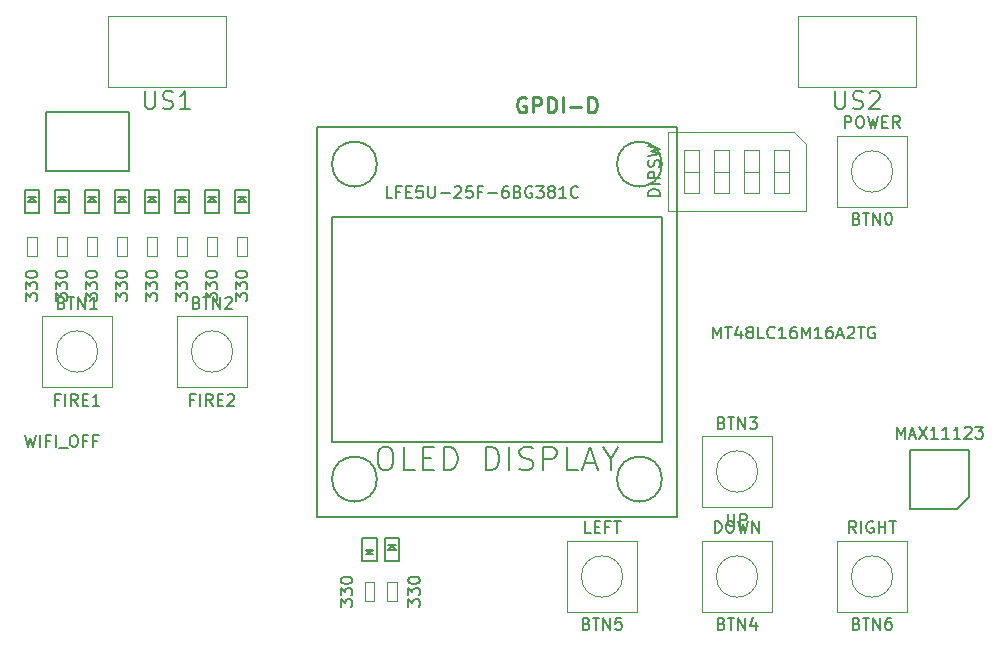
<source format=gbr>
G04 #@! TF.FileFunction,Other,Fab,Top*
%FSLAX46Y46*%
G04 Gerber Fmt 4.6, Leading zero omitted, Abs format (unit mm)*
G04 Created by KiCad (PCBNEW 4.0.7+dfsg1-1) date Thu Oct  5 01:05:28 2017*
%MOMM*%
%LPD*%
G01*
G04 APERTURE LIST*
%ADD10C,0.100000*%
%ADD11C,0.150000*%
%ADD12C,0.254000*%
G04 APERTURE END LIST*
D10*
D11*
X118530000Y-76260000D02*
X117930000Y-76260000D01*
X118230000Y-76360000D02*
X118530000Y-76660000D01*
X117930000Y-76660000D02*
X118230000Y-76360000D01*
X118530000Y-76660000D02*
X117930000Y-76660000D01*
X118830000Y-77660000D02*
X118830000Y-75660000D01*
X117630000Y-77660000D02*
X118830000Y-77660000D01*
X117630000Y-75660000D02*
X117630000Y-77660000D01*
X118830000Y-75660000D02*
X117630000Y-75660000D01*
X115990000Y-76260000D02*
X115390000Y-76260000D01*
X115690000Y-76360000D02*
X115990000Y-76660000D01*
X115390000Y-76660000D02*
X115690000Y-76360000D01*
X115990000Y-76660000D02*
X115390000Y-76660000D01*
X116290000Y-77660000D02*
X116290000Y-75660000D01*
X115090000Y-77660000D02*
X116290000Y-77660000D01*
X115090000Y-75660000D02*
X115090000Y-77660000D01*
X116290000Y-75660000D02*
X115090000Y-75660000D01*
X113450000Y-76260000D02*
X112850000Y-76260000D01*
X113150000Y-76360000D02*
X113450000Y-76660000D01*
X112850000Y-76660000D02*
X113150000Y-76360000D01*
X113450000Y-76660000D02*
X112850000Y-76660000D01*
X113750000Y-77660000D02*
X113750000Y-75660000D01*
X112550000Y-77660000D02*
X113750000Y-77660000D01*
X112550000Y-75660000D02*
X112550000Y-77660000D01*
X113750000Y-75660000D02*
X112550000Y-75660000D01*
X110910000Y-76260000D02*
X110310000Y-76260000D01*
X110610000Y-76360000D02*
X110910000Y-76660000D01*
X110310000Y-76660000D02*
X110610000Y-76360000D01*
X110910000Y-76660000D02*
X110310000Y-76660000D01*
X111210000Y-77660000D02*
X111210000Y-75660000D01*
X110010000Y-77660000D02*
X111210000Y-77660000D01*
X110010000Y-75660000D02*
X110010000Y-77660000D01*
X111210000Y-75660000D02*
X110010000Y-75660000D01*
X108370000Y-76260000D02*
X107770000Y-76260000D01*
X108070000Y-76360000D02*
X108370000Y-76660000D01*
X107770000Y-76660000D02*
X108070000Y-76360000D01*
X108370000Y-76660000D02*
X107770000Y-76660000D01*
X108670000Y-77660000D02*
X108670000Y-75660000D01*
X107470000Y-77660000D02*
X108670000Y-77660000D01*
X107470000Y-75660000D02*
X107470000Y-77660000D01*
X108670000Y-75660000D02*
X107470000Y-75660000D01*
X105830000Y-76260000D02*
X105230000Y-76260000D01*
X105530000Y-76360000D02*
X105830000Y-76660000D01*
X105230000Y-76660000D02*
X105530000Y-76360000D01*
X105830000Y-76660000D02*
X105230000Y-76660000D01*
X106130000Y-77660000D02*
X106130000Y-75660000D01*
X104930000Y-77660000D02*
X106130000Y-77660000D01*
X104930000Y-75660000D02*
X104930000Y-77660000D01*
X106130000Y-75660000D02*
X104930000Y-75660000D01*
X103290000Y-76260000D02*
X102690000Y-76260000D01*
X102990000Y-76360000D02*
X103290000Y-76660000D01*
X102690000Y-76660000D02*
X102990000Y-76360000D01*
X103290000Y-76660000D02*
X102690000Y-76660000D01*
X103590000Y-77660000D02*
X103590000Y-75660000D01*
X102390000Y-77660000D02*
X103590000Y-77660000D01*
X102390000Y-75660000D02*
X102390000Y-77660000D01*
X103590000Y-75660000D02*
X102390000Y-75660000D01*
X100750000Y-76260000D02*
X100150000Y-76260000D01*
X100450000Y-76360000D02*
X100750000Y-76660000D01*
X100150000Y-76660000D02*
X100450000Y-76360000D01*
X100750000Y-76660000D02*
X100150000Y-76660000D01*
X101050000Y-77660000D02*
X101050000Y-75660000D01*
X99850000Y-77660000D02*
X101050000Y-77660000D01*
X99850000Y-75660000D02*
X99850000Y-77660000D01*
X101050000Y-75660000D02*
X99850000Y-75660000D01*
X108624000Y-69080000D02*
X108624000Y-74080000D01*
X101624000Y-69080000D02*
X108624000Y-69080000D01*
X101624000Y-74080000D02*
X101624000Y-69080000D01*
X108624000Y-74080000D02*
X101624000Y-74080000D01*
X128725000Y-106524000D02*
X129325000Y-106524000D01*
X129025000Y-106424000D02*
X128725000Y-106124000D01*
X129325000Y-106124000D02*
X129025000Y-106424000D01*
X128725000Y-106124000D02*
X129325000Y-106124000D01*
X128425000Y-105124000D02*
X128425000Y-107124000D01*
X129625000Y-105124000D02*
X128425000Y-105124000D01*
X129625000Y-107124000D02*
X129625000Y-105124000D01*
X128425000Y-107124000D02*
X129625000Y-107124000D01*
X131230000Y-105724000D02*
X130630000Y-105724000D01*
X130930000Y-105824000D02*
X131230000Y-106124000D01*
X130630000Y-106124000D02*
X130930000Y-105824000D01*
X131230000Y-106124000D02*
X130630000Y-106124000D01*
X131530000Y-107124000D02*
X131530000Y-105124000D01*
X130330000Y-107124000D02*
X131530000Y-107124000D01*
X130330000Y-105124000D02*
X130330000Y-107124000D01*
X131530000Y-105124000D02*
X130330000Y-105124000D01*
D10*
X128625000Y-108880000D02*
X129425000Y-108880000D01*
X128625000Y-110480000D02*
X128625000Y-108880000D01*
X129425000Y-110480000D02*
X128625000Y-110480000D01*
X129425000Y-108880000D02*
X129425000Y-110480000D01*
X131330000Y-110480000D02*
X130530000Y-110480000D01*
X131330000Y-108880000D02*
X131330000Y-110480000D01*
X130530000Y-108880000D02*
X131330000Y-108880000D01*
X130530000Y-110480000D02*
X130530000Y-108880000D01*
X116880000Y-60925000D02*
X116880000Y-66925000D01*
X106880000Y-60925000D02*
X116880000Y-60925000D01*
X106880000Y-66925000D02*
X106880000Y-60925000D01*
X116880000Y-66925000D02*
X106880000Y-66925000D01*
X175300000Y-60925000D02*
X175300000Y-66925000D01*
X165300000Y-60925000D02*
X175300000Y-60925000D01*
X165300000Y-66925000D02*
X165300000Y-60925000D01*
X175300000Y-66925000D02*
X165300000Y-66925000D01*
X118630000Y-81270000D02*
X117830000Y-81270000D01*
X118630000Y-79670000D02*
X118630000Y-81270000D01*
X117830000Y-79670000D02*
X118630000Y-79670000D01*
X117830000Y-81270000D02*
X117830000Y-79670000D01*
X116090000Y-81270000D02*
X115290000Y-81270000D01*
X116090000Y-79670000D02*
X116090000Y-81270000D01*
X115290000Y-79670000D02*
X116090000Y-79670000D01*
X115290000Y-81270000D02*
X115290000Y-79670000D01*
X113550000Y-81270000D02*
X112750000Y-81270000D01*
X113550000Y-79670000D02*
X113550000Y-81270000D01*
X112750000Y-79670000D02*
X113550000Y-79670000D01*
X112750000Y-81270000D02*
X112750000Y-79670000D01*
X111010000Y-81270000D02*
X110210000Y-81270000D01*
X111010000Y-79670000D02*
X111010000Y-81270000D01*
X110210000Y-79670000D02*
X111010000Y-79670000D01*
X110210000Y-81270000D02*
X110210000Y-79670000D01*
X108470000Y-81270000D02*
X107670000Y-81270000D01*
X108470000Y-79670000D02*
X108470000Y-81270000D01*
X107670000Y-79670000D02*
X108470000Y-79670000D01*
X107670000Y-81270000D02*
X107670000Y-79670000D01*
X105930000Y-81270000D02*
X105130000Y-81270000D01*
X105930000Y-79670000D02*
X105930000Y-81270000D01*
X105130000Y-79670000D02*
X105930000Y-79670000D01*
X105130000Y-81270000D02*
X105130000Y-79670000D01*
X103390000Y-81270000D02*
X102590000Y-81270000D01*
X103390000Y-79670000D02*
X103390000Y-81270000D01*
X102590000Y-79670000D02*
X103390000Y-79670000D01*
X102590000Y-81270000D02*
X102590000Y-79670000D01*
X100850000Y-81270000D02*
X100050000Y-81270000D01*
X100850000Y-79670000D02*
X100850000Y-81270000D01*
X100050000Y-79670000D02*
X100850000Y-79670000D01*
X100050000Y-81270000D02*
X100050000Y-79670000D01*
D11*
X178785000Y-102655000D02*
X174785000Y-102655000D01*
X174785000Y-102655000D02*
X174785000Y-97655000D01*
X174785000Y-97655000D02*
X179785000Y-97655000D01*
X179785000Y-97655000D02*
X179785000Y-101655000D01*
X179785000Y-101655000D02*
X178785000Y-102655000D01*
X153790000Y-73485000D02*
G75*
G03X153790000Y-73485000I-1905000J0D01*
G01*
X129660000Y-73485000D02*
G75*
G03X129660000Y-73485000I-1905000J0D01*
G01*
X129660000Y-100155000D02*
G75*
G03X129660000Y-100155000I-1905000J0D01*
G01*
X153790000Y-100155000D02*
G75*
G03X153790000Y-100155000I-1905000J0D01*
G01*
X153790000Y-77930000D02*
X153790000Y-96980000D01*
X125850000Y-77930000D02*
X153790000Y-77930000D01*
X125850000Y-96980000D02*
X125850000Y-77930000D01*
X153790000Y-96980000D02*
X125850000Y-96980000D01*
X155060000Y-70310000D02*
X155060000Y-103330000D01*
X124580000Y-70310000D02*
X155060000Y-70310000D01*
X124580000Y-103330000D02*
X124580000Y-70310000D01*
X155060000Y-103330000D02*
X124580000Y-103330000D01*
D10*
X174570000Y-77120000D02*
X174570000Y-71120000D01*
X174570000Y-71120000D02*
X168570000Y-71120000D01*
X168570000Y-71120000D02*
X168570000Y-77120000D01*
X168570000Y-77120000D02*
X174570000Y-77120000D01*
X173320714Y-74120000D02*
G75*
G03X173320714Y-74120000I-1750714J0D01*
G01*
X101260000Y-86360000D02*
X101260000Y-92360000D01*
X101260000Y-92360000D02*
X107260000Y-92360000D01*
X107260000Y-92360000D02*
X107260000Y-86360000D01*
X107260000Y-86360000D02*
X101260000Y-86360000D01*
X106010714Y-89360000D02*
G75*
G03X106010714Y-89360000I-1750714J0D01*
G01*
X112690000Y-86360000D02*
X112690000Y-92360000D01*
X112690000Y-92360000D02*
X118690000Y-92360000D01*
X118690000Y-92360000D02*
X118690000Y-86360000D01*
X118690000Y-86360000D02*
X112690000Y-86360000D01*
X117440714Y-89360000D02*
G75*
G03X117440714Y-89360000I-1750714J0D01*
G01*
X157140000Y-96520000D02*
X157140000Y-102520000D01*
X157140000Y-102520000D02*
X163140000Y-102520000D01*
X163140000Y-102520000D02*
X163140000Y-96520000D01*
X163140000Y-96520000D02*
X157140000Y-96520000D01*
X161890714Y-99520000D02*
G75*
G03X161890714Y-99520000I-1750714J0D01*
G01*
X163140000Y-111410000D02*
X163140000Y-105410000D01*
X163140000Y-105410000D02*
X157140000Y-105410000D01*
X157140000Y-105410000D02*
X157140000Y-111410000D01*
X157140000Y-111410000D02*
X163140000Y-111410000D01*
X161890714Y-108410000D02*
G75*
G03X161890714Y-108410000I-1750714J0D01*
G01*
X151710000Y-111410000D02*
X151710000Y-105410000D01*
X151710000Y-105410000D02*
X145710000Y-105410000D01*
X145710000Y-105410000D02*
X145710000Y-111410000D01*
X145710000Y-111410000D02*
X151710000Y-111410000D01*
X150460714Y-108410000D02*
G75*
G03X150460714Y-108410000I-1750714J0D01*
G01*
X174570000Y-111410000D02*
X174570000Y-105410000D01*
X174570000Y-105410000D02*
X168570000Y-105410000D01*
X168570000Y-105410000D02*
X168570000Y-111410000D01*
X168570000Y-111410000D02*
X174570000Y-111410000D01*
X173320714Y-108410000D02*
G75*
G03X173320714Y-108410000I-1750714J0D01*
G01*
X166000000Y-71780000D02*
X166000000Y-77460000D01*
X166000000Y-77460000D02*
X154280000Y-77460000D01*
X154280000Y-77460000D02*
X154280000Y-70780000D01*
X154280000Y-70780000D02*
X165000000Y-70780000D01*
X165000000Y-70780000D02*
X166000000Y-71780000D01*
X164585000Y-72310000D02*
X163315000Y-72310000D01*
X163315000Y-72310000D02*
X163315000Y-75930000D01*
X163315000Y-75930000D02*
X164585000Y-75930000D01*
X164585000Y-75930000D02*
X164585000Y-72310000D01*
X164585000Y-74120000D02*
X163315000Y-74120000D01*
X162045000Y-72310000D02*
X160775000Y-72310000D01*
X160775000Y-72310000D02*
X160775000Y-75930000D01*
X160775000Y-75930000D02*
X162045000Y-75930000D01*
X162045000Y-75930000D02*
X162045000Y-72310000D01*
X162045000Y-74120000D02*
X160775000Y-74120000D01*
X159505000Y-72310000D02*
X158235000Y-72310000D01*
X158235000Y-72310000D02*
X158235000Y-75930000D01*
X158235000Y-75930000D02*
X159505000Y-75930000D01*
X159505000Y-75930000D02*
X159505000Y-72310000D01*
X159505000Y-74120000D02*
X158235000Y-74120000D01*
X156965000Y-72310000D02*
X155695000Y-72310000D01*
X155695000Y-72310000D02*
X155695000Y-75930000D01*
X155695000Y-75930000D02*
X156965000Y-75930000D01*
X156965000Y-75930000D02*
X156965000Y-72310000D01*
X156965000Y-74120000D02*
X155695000Y-74120000D01*
D11*
X158132666Y-88252381D02*
X158132666Y-87252381D01*
X158466000Y-87966667D01*
X158799333Y-87252381D01*
X158799333Y-88252381D01*
X159132666Y-87252381D02*
X159704095Y-87252381D01*
X159418380Y-88252381D02*
X159418380Y-87252381D01*
X160466000Y-87585714D02*
X160466000Y-88252381D01*
X160227904Y-87204762D02*
X159989809Y-87919048D01*
X160608857Y-87919048D01*
X161132666Y-87680952D02*
X161037428Y-87633333D01*
X160989809Y-87585714D01*
X160942190Y-87490476D01*
X160942190Y-87442857D01*
X160989809Y-87347619D01*
X161037428Y-87300000D01*
X161132666Y-87252381D01*
X161323143Y-87252381D01*
X161418381Y-87300000D01*
X161466000Y-87347619D01*
X161513619Y-87442857D01*
X161513619Y-87490476D01*
X161466000Y-87585714D01*
X161418381Y-87633333D01*
X161323143Y-87680952D01*
X161132666Y-87680952D01*
X161037428Y-87728571D01*
X160989809Y-87776190D01*
X160942190Y-87871429D01*
X160942190Y-88061905D01*
X160989809Y-88157143D01*
X161037428Y-88204762D01*
X161132666Y-88252381D01*
X161323143Y-88252381D01*
X161418381Y-88204762D01*
X161466000Y-88157143D01*
X161513619Y-88061905D01*
X161513619Y-87871429D01*
X161466000Y-87776190D01*
X161418381Y-87728571D01*
X161323143Y-87680952D01*
X162418381Y-88252381D02*
X161942190Y-88252381D01*
X161942190Y-87252381D01*
X163323143Y-88157143D02*
X163275524Y-88204762D01*
X163132667Y-88252381D01*
X163037429Y-88252381D01*
X162894571Y-88204762D01*
X162799333Y-88109524D01*
X162751714Y-88014286D01*
X162704095Y-87823810D01*
X162704095Y-87680952D01*
X162751714Y-87490476D01*
X162799333Y-87395238D01*
X162894571Y-87300000D01*
X163037429Y-87252381D01*
X163132667Y-87252381D01*
X163275524Y-87300000D01*
X163323143Y-87347619D01*
X164275524Y-88252381D02*
X163704095Y-88252381D01*
X163989809Y-88252381D02*
X163989809Y-87252381D01*
X163894571Y-87395238D01*
X163799333Y-87490476D01*
X163704095Y-87538095D01*
X165132667Y-87252381D02*
X164942190Y-87252381D01*
X164846952Y-87300000D01*
X164799333Y-87347619D01*
X164704095Y-87490476D01*
X164656476Y-87680952D01*
X164656476Y-88061905D01*
X164704095Y-88157143D01*
X164751714Y-88204762D01*
X164846952Y-88252381D01*
X165037429Y-88252381D01*
X165132667Y-88204762D01*
X165180286Y-88157143D01*
X165227905Y-88061905D01*
X165227905Y-87823810D01*
X165180286Y-87728571D01*
X165132667Y-87680952D01*
X165037429Y-87633333D01*
X164846952Y-87633333D01*
X164751714Y-87680952D01*
X164704095Y-87728571D01*
X164656476Y-87823810D01*
X165656476Y-88252381D02*
X165656476Y-87252381D01*
X165989810Y-87966667D01*
X166323143Y-87252381D01*
X166323143Y-88252381D01*
X167323143Y-88252381D02*
X166751714Y-88252381D01*
X167037428Y-88252381D02*
X167037428Y-87252381D01*
X166942190Y-87395238D01*
X166846952Y-87490476D01*
X166751714Y-87538095D01*
X168180286Y-87252381D02*
X167989809Y-87252381D01*
X167894571Y-87300000D01*
X167846952Y-87347619D01*
X167751714Y-87490476D01*
X167704095Y-87680952D01*
X167704095Y-88061905D01*
X167751714Y-88157143D01*
X167799333Y-88204762D01*
X167894571Y-88252381D01*
X168085048Y-88252381D01*
X168180286Y-88204762D01*
X168227905Y-88157143D01*
X168275524Y-88061905D01*
X168275524Y-87823810D01*
X168227905Y-87728571D01*
X168180286Y-87680952D01*
X168085048Y-87633333D01*
X167894571Y-87633333D01*
X167799333Y-87680952D01*
X167751714Y-87728571D01*
X167704095Y-87823810D01*
X168656476Y-87966667D02*
X169132667Y-87966667D01*
X168561238Y-88252381D02*
X168894571Y-87252381D01*
X169227905Y-88252381D01*
X169513619Y-87347619D02*
X169561238Y-87300000D01*
X169656476Y-87252381D01*
X169894572Y-87252381D01*
X169989810Y-87300000D01*
X170037429Y-87347619D01*
X170085048Y-87442857D01*
X170085048Y-87538095D01*
X170037429Y-87680952D01*
X169466000Y-88252381D01*
X170085048Y-88252381D01*
X170370762Y-87252381D02*
X170942191Y-87252381D01*
X170656476Y-88252381D02*
X170656476Y-87252381D01*
X171799334Y-87300000D02*
X171704096Y-87252381D01*
X171561239Y-87252381D01*
X171418381Y-87300000D01*
X171323143Y-87395238D01*
X171275524Y-87490476D01*
X171227905Y-87680952D01*
X171227905Y-87823810D01*
X171275524Y-88014286D01*
X171323143Y-88109524D01*
X171418381Y-88204762D01*
X171561239Y-88252381D01*
X171656477Y-88252381D01*
X171799334Y-88204762D01*
X171846953Y-88157143D01*
X171846953Y-87823810D01*
X171656477Y-87823810D01*
X99894762Y-96432381D02*
X100132857Y-97432381D01*
X100323334Y-96718095D01*
X100513810Y-97432381D01*
X100751905Y-96432381D01*
X101132857Y-97432381D02*
X101132857Y-96432381D01*
X101942381Y-96908571D02*
X101609047Y-96908571D01*
X101609047Y-97432381D02*
X101609047Y-96432381D01*
X102085238Y-96432381D01*
X102466190Y-97432381D02*
X102466190Y-96432381D01*
X102704285Y-97527619D02*
X103466190Y-97527619D01*
X103894761Y-96432381D02*
X104085238Y-96432381D01*
X104180476Y-96480000D01*
X104275714Y-96575238D01*
X104323333Y-96765714D01*
X104323333Y-97099048D01*
X104275714Y-97289524D01*
X104180476Y-97384762D01*
X104085238Y-97432381D01*
X103894761Y-97432381D01*
X103799523Y-97384762D01*
X103704285Y-97289524D01*
X103656666Y-97099048D01*
X103656666Y-96765714D01*
X103704285Y-96575238D01*
X103799523Y-96480000D01*
X103894761Y-96432381D01*
X105085238Y-96908571D02*
X104751904Y-96908571D01*
X104751904Y-97432381D02*
X104751904Y-96432381D01*
X105228095Y-96432381D01*
X105942381Y-96908571D02*
X105609047Y-96908571D01*
X105609047Y-97432381D02*
X105609047Y-96432381D01*
X106085238Y-96432381D01*
X126577381Y-110965714D02*
X126577381Y-110346666D01*
X126958333Y-110680000D01*
X126958333Y-110537142D01*
X127005952Y-110441904D01*
X127053571Y-110394285D01*
X127148810Y-110346666D01*
X127386905Y-110346666D01*
X127482143Y-110394285D01*
X127529762Y-110441904D01*
X127577381Y-110537142D01*
X127577381Y-110822857D01*
X127529762Y-110918095D01*
X127482143Y-110965714D01*
X126577381Y-110013333D02*
X126577381Y-109394285D01*
X126958333Y-109727619D01*
X126958333Y-109584761D01*
X127005952Y-109489523D01*
X127053571Y-109441904D01*
X127148810Y-109394285D01*
X127386905Y-109394285D01*
X127482143Y-109441904D01*
X127529762Y-109489523D01*
X127577381Y-109584761D01*
X127577381Y-109870476D01*
X127529762Y-109965714D01*
X127482143Y-110013333D01*
X126577381Y-108775238D02*
X126577381Y-108679999D01*
X126625000Y-108584761D01*
X126672619Y-108537142D01*
X126767857Y-108489523D01*
X126958333Y-108441904D01*
X127196429Y-108441904D01*
X127386905Y-108489523D01*
X127482143Y-108537142D01*
X127529762Y-108584761D01*
X127577381Y-108679999D01*
X127577381Y-108775238D01*
X127529762Y-108870476D01*
X127482143Y-108918095D01*
X127386905Y-108965714D01*
X127196429Y-109013333D01*
X126958333Y-109013333D01*
X126767857Y-108965714D01*
X126672619Y-108918095D01*
X126625000Y-108870476D01*
X126577381Y-108775238D01*
X132282381Y-110965714D02*
X132282381Y-110346666D01*
X132663333Y-110680000D01*
X132663333Y-110537142D01*
X132710952Y-110441904D01*
X132758571Y-110394285D01*
X132853810Y-110346666D01*
X133091905Y-110346666D01*
X133187143Y-110394285D01*
X133234762Y-110441904D01*
X133282381Y-110537142D01*
X133282381Y-110822857D01*
X133234762Y-110918095D01*
X133187143Y-110965714D01*
X132282381Y-110013333D02*
X132282381Y-109394285D01*
X132663333Y-109727619D01*
X132663333Y-109584761D01*
X132710952Y-109489523D01*
X132758571Y-109441904D01*
X132853810Y-109394285D01*
X133091905Y-109394285D01*
X133187143Y-109441904D01*
X133234762Y-109489523D01*
X133282381Y-109584761D01*
X133282381Y-109870476D01*
X133234762Y-109965714D01*
X133187143Y-110013333D01*
X132282381Y-108775238D02*
X132282381Y-108679999D01*
X132330000Y-108584761D01*
X132377619Y-108537142D01*
X132472857Y-108489523D01*
X132663333Y-108441904D01*
X132901429Y-108441904D01*
X133091905Y-108489523D01*
X133187143Y-108537142D01*
X133234762Y-108584761D01*
X133282381Y-108679999D01*
X133282381Y-108775238D01*
X133234762Y-108870476D01*
X133187143Y-108918095D01*
X133091905Y-108965714D01*
X132901429Y-109013333D01*
X132663333Y-109013333D01*
X132472857Y-108965714D01*
X132377619Y-108918095D01*
X132330000Y-108870476D01*
X132282381Y-108775238D01*
X110022858Y-67329571D02*
X110022858Y-68543857D01*
X110094286Y-68686714D01*
X110165715Y-68758143D01*
X110308572Y-68829571D01*
X110594286Y-68829571D01*
X110737144Y-68758143D01*
X110808572Y-68686714D01*
X110880001Y-68543857D01*
X110880001Y-67329571D01*
X111522858Y-68758143D02*
X111737144Y-68829571D01*
X112094287Y-68829571D01*
X112237144Y-68758143D01*
X112308573Y-68686714D01*
X112380001Y-68543857D01*
X112380001Y-68401000D01*
X112308573Y-68258143D01*
X112237144Y-68186714D01*
X112094287Y-68115286D01*
X111808573Y-68043857D01*
X111665715Y-67972429D01*
X111594287Y-67901000D01*
X111522858Y-67758143D01*
X111522858Y-67615286D01*
X111594287Y-67472429D01*
X111665715Y-67401000D01*
X111808573Y-67329571D01*
X112165715Y-67329571D01*
X112380001Y-67401000D01*
X113808572Y-68829571D02*
X112951429Y-68829571D01*
X113380001Y-68829571D02*
X113380001Y-67329571D01*
X113237144Y-67543857D01*
X113094286Y-67686714D01*
X112951429Y-67758143D01*
X168442858Y-67329571D02*
X168442858Y-68543857D01*
X168514286Y-68686714D01*
X168585715Y-68758143D01*
X168728572Y-68829571D01*
X169014286Y-68829571D01*
X169157144Y-68758143D01*
X169228572Y-68686714D01*
X169300001Y-68543857D01*
X169300001Y-67329571D01*
X169942858Y-68758143D02*
X170157144Y-68829571D01*
X170514287Y-68829571D01*
X170657144Y-68758143D01*
X170728573Y-68686714D01*
X170800001Y-68543857D01*
X170800001Y-68401000D01*
X170728573Y-68258143D01*
X170657144Y-68186714D01*
X170514287Y-68115286D01*
X170228573Y-68043857D01*
X170085715Y-67972429D01*
X170014287Y-67901000D01*
X169942858Y-67758143D01*
X169942858Y-67615286D01*
X170014287Y-67472429D01*
X170085715Y-67401000D01*
X170228573Y-67329571D01*
X170585715Y-67329571D01*
X170800001Y-67401000D01*
X171371429Y-67472429D02*
X171442858Y-67401000D01*
X171585715Y-67329571D01*
X171942858Y-67329571D01*
X172085715Y-67401000D01*
X172157144Y-67472429D01*
X172228572Y-67615286D01*
X172228572Y-67758143D01*
X172157144Y-67972429D01*
X171300001Y-68829571D01*
X172228572Y-68829571D01*
X117682381Y-85057714D02*
X117682381Y-84438666D01*
X118063333Y-84772000D01*
X118063333Y-84629142D01*
X118110952Y-84533904D01*
X118158571Y-84486285D01*
X118253810Y-84438666D01*
X118491905Y-84438666D01*
X118587143Y-84486285D01*
X118634762Y-84533904D01*
X118682381Y-84629142D01*
X118682381Y-84914857D01*
X118634762Y-85010095D01*
X118587143Y-85057714D01*
X117682381Y-84105333D02*
X117682381Y-83486285D01*
X118063333Y-83819619D01*
X118063333Y-83676761D01*
X118110952Y-83581523D01*
X118158571Y-83533904D01*
X118253810Y-83486285D01*
X118491905Y-83486285D01*
X118587143Y-83533904D01*
X118634762Y-83581523D01*
X118682381Y-83676761D01*
X118682381Y-83962476D01*
X118634762Y-84057714D01*
X118587143Y-84105333D01*
X117682381Y-82867238D02*
X117682381Y-82771999D01*
X117730000Y-82676761D01*
X117777619Y-82629142D01*
X117872857Y-82581523D01*
X118063333Y-82533904D01*
X118301429Y-82533904D01*
X118491905Y-82581523D01*
X118587143Y-82629142D01*
X118634762Y-82676761D01*
X118682381Y-82771999D01*
X118682381Y-82867238D01*
X118634762Y-82962476D01*
X118587143Y-83010095D01*
X118491905Y-83057714D01*
X118301429Y-83105333D01*
X118063333Y-83105333D01*
X117872857Y-83057714D01*
X117777619Y-83010095D01*
X117730000Y-82962476D01*
X117682381Y-82867238D01*
X115142381Y-85057714D02*
X115142381Y-84438666D01*
X115523333Y-84772000D01*
X115523333Y-84629142D01*
X115570952Y-84533904D01*
X115618571Y-84486285D01*
X115713810Y-84438666D01*
X115951905Y-84438666D01*
X116047143Y-84486285D01*
X116094762Y-84533904D01*
X116142381Y-84629142D01*
X116142381Y-84914857D01*
X116094762Y-85010095D01*
X116047143Y-85057714D01*
X115142381Y-84105333D02*
X115142381Y-83486285D01*
X115523333Y-83819619D01*
X115523333Y-83676761D01*
X115570952Y-83581523D01*
X115618571Y-83533904D01*
X115713810Y-83486285D01*
X115951905Y-83486285D01*
X116047143Y-83533904D01*
X116094762Y-83581523D01*
X116142381Y-83676761D01*
X116142381Y-83962476D01*
X116094762Y-84057714D01*
X116047143Y-84105333D01*
X115142381Y-82867238D02*
X115142381Y-82771999D01*
X115190000Y-82676761D01*
X115237619Y-82629142D01*
X115332857Y-82581523D01*
X115523333Y-82533904D01*
X115761429Y-82533904D01*
X115951905Y-82581523D01*
X116047143Y-82629142D01*
X116094762Y-82676761D01*
X116142381Y-82771999D01*
X116142381Y-82867238D01*
X116094762Y-82962476D01*
X116047143Y-83010095D01*
X115951905Y-83057714D01*
X115761429Y-83105333D01*
X115523333Y-83105333D01*
X115332857Y-83057714D01*
X115237619Y-83010095D01*
X115190000Y-82962476D01*
X115142381Y-82867238D01*
X112602381Y-85057714D02*
X112602381Y-84438666D01*
X112983333Y-84772000D01*
X112983333Y-84629142D01*
X113030952Y-84533904D01*
X113078571Y-84486285D01*
X113173810Y-84438666D01*
X113411905Y-84438666D01*
X113507143Y-84486285D01*
X113554762Y-84533904D01*
X113602381Y-84629142D01*
X113602381Y-84914857D01*
X113554762Y-85010095D01*
X113507143Y-85057714D01*
X112602381Y-84105333D02*
X112602381Y-83486285D01*
X112983333Y-83819619D01*
X112983333Y-83676761D01*
X113030952Y-83581523D01*
X113078571Y-83533904D01*
X113173810Y-83486285D01*
X113411905Y-83486285D01*
X113507143Y-83533904D01*
X113554762Y-83581523D01*
X113602381Y-83676761D01*
X113602381Y-83962476D01*
X113554762Y-84057714D01*
X113507143Y-84105333D01*
X112602381Y-82867238D02*
X112602381Y-82771999D01*
X112650000Y-82676761D01*
X112697619Y-82629142D01*
X112792857Y-82581523D01*
X112983333Y-82533904D01*
X113221429Y-82533904D01*
X113411905Y-82581523D01*
X113507143Y-82629142D01*
X113554762Y-82676761D01*
X113602381Y-82771999D01*
X113602381Y-82867238D01*
X113554762Y-82962476D01*
X113507143Y-83010095D01*
X113411905Y-83057714D01*
X113221429Y-83105333D01*
X112983333Y-83105333D01*
X112792857Y-83057714D01*
X112697619Y-83010095D01*
X112650000Y-82962476D01*
X112602381Y-82867238D01*
X110062381Y-85057714D02*
X110062381Y-84438666D01*
X110443333Y-84772000D01*
X110443333Y-84629142D01*
X110490952Y-84533904D01*
X110538571Y-84486285D01*
X110633810Y-84438666D01*
X110871905Y-84438666D01*
X110967143Y-84486285D01*
X111014762Y-84533904D01*
X111062381Y-84629142D01*
X111062381Y-84914857D01*
X111014762Y-85010095D01*
X110967143Y-85057714D01*
X110062381Y-84105333D02*
X110062381Y-83486285D01*
X110443333Y-83819619D01*
X110443333Y-83676761D01*
X110490952Y-83581523D01*
X110538571Y-83533904D01*
X110633810Y-83486285D01*
X110871905Y-83486285D01*
X110967143Y-83533904D01*
X111014762Y-83581523D01*
X111062381Y-83676761D01*
X111062381Y-83962476D01*
X111014762Y-84057714D01*
X110967143Y-84105333D01*
X110062381Y-82867238D02*
X110062381Y-82771999D01*
X110110000Y-82676761D01*
X110157619Y-82629142D01*
X110252857Y-82581523D01*
X110443333Y-82533904D01*
X110681429Y-82533904D01*
X110871905Y-82581523D01*
X110967143Y-82629142D01*
X111014762Y-82676761D01*
X111062381Y-82771999D01*
X111062381Y-82867238D01*
X111014762Y-82962476D01*
X110967143Y-83010095D01*
X110871905Y-83057714D01*
X110681429Y-83105333D01*
X110443333Y-83105333D01*
X110252857Y-83057714D01*
X110157619Y-83010095D01*
X110110000Y-82962476D01*
X110062381Y-82867238D01*
X107522381Y-85057714D02*
X107522381Y-84438666D01*
X107903333Y-84772000D01*
X107903333Y-84629142D01*
X107950952Y-84533904D01*
X107998571Y-84486285D01*
X108093810Y-84438666D01*
X108331905Y-84438666D01*
X108427143Y-84486285D01*
X108474762Y-84533904D01*
X108522381Y-84629142D01*
X108522381Y-84914857D01*
X108474762Y-85010095D01*
X108427143Y-85057714D01*
X107522381Y-84105333D02*
X107522381Y-83486285D01*
X107903333Y-83819619D01*
X107903333Y-83676761D01*
X107950952Y-83581523D01*
X107998571Y-83533904D01*
X108093810Y-83486285D01*
X108331905Y-83486285D01*
X108427143Y-83533904D01*
X108474762Y-83581523D01*
X108522381Y-83676761D01*
X108522381Y-83962476D01*
X108474762Y-84057714D01*
X108427143Y-84105333D01*
X107522381Y-82867238D02*
X107522381Y-82771999D01*
X107570000Y-82676761D01*
X107617619Y-82629142D01*
X107712857Y-82581523D01*
X107903333Y-82533904D01*
X108141429Y-82533904D01*
X108331905Y-82581523D01*
X108427143Y-82629142D01*
X108474762Y-82676761D01*
X108522381Y-82771999D01*
X108522381Y-82867238D01*
X108474762Y-82962476D01*
X108427143Y-83010095D01*
X108331905Y-83057714D01*
X108141429Y-83105333D01*
X107903333Y-83105333D01*
X107712857Y-83057714D01*
X107617619Y-83010095D01*
X107570000Y-82962476D01*
X107522381Y-82867238D01*
X104982381Y-85057714D02*
X104982381Y-84438666D01*
X105363333Y-84772000D01*
X105363333Y-84629142D01*
X105410952Y-84533904D01*
X105458571Y-84486285D01*
X105553810Y-84438666D01*
X105791905Y-84438666D01*
X105887143Y-84486285D01*
X105934762Y-84533904D01*
X105982381Y-84629142D01*
X105982381Y-84914857D01*
X105934762Y-85010095D01*
X105887143Y-85057714D01*
X104982381Y-84105333D02*
X104982381Y-83486285D01*
X105363333Y-83819619D01*
X105363333Y-83676761D01*
X105410952Y-83581523D01*
X105458571Y-83533904D01*
X105553810Y-83486285D01*
X105791905Y-83486285D01*
X105887143Y-83533904D01*
X105934762Y-83581523D01*
X105982381Y-83676761D01*
X105982381Y-83962476D01*
X105934762Y-84057714D01*
X105887143Y-84105333D01*
X104982381Y-82867238D02*
X104982381Y-82771999D01*
X105030000Y-82676761D01*
X105077619Y-82629142D01*
X105172857Y-82581523D01*
X105363333Y-82533904D01*
X105601429Y-82533904D01*
X105791905Y-82581523D01*
X105887143Y-82629142D01*
X105934762Y-82676761D01*
X105982381Y-82771999D01*
X105982381Y-82867238D01*
X105934762Y-82962476D01*
X105887143Y-83010095D01*
X105791905Y-83057714D01*
X105601429Y-83105333D01*
X105363333Y-83105333D01*
X105172857Y-83057714D01*
X105077619Y-83010095D01*
X105030000Y-82962476D01*
X104982381Y-82867238D01*
X102442381Y-85057714D02*
X102442381Y-84438666D01*
X102823333Y-84772000D01*
X102823333Y-84629142D01*
X102870952Y-84533904D01*
X102918571Y-84486285D01*
X103013810Y-84438666D01*
X103251905Y-84438666D01*
X103347143Y-84486285D01*
X103394762Y-84533904D01*
X103442381Y-84629142D01*
X103442381Y-84914857D01*
X103394762Y-85010095D01*
X103347143Y-85057714D01*
X102442381Y-84105333D02*
X102442381Y-83486285D01*
X102823333Y-83819619D01*
X102823333Y-83676761D01*
X102870952Y-83581523D01*
X102918571Y-83533904D01*
X103013810Y-83486285D01*
X103251905Y-83486285D01*
X103347143Y-83533904D01*
X103394762Y-83581523D01*
X103442381Y-83676761D01*
X103442381Y-83962476D01*
X103394762Y-84057714D01*
X103347143Y-84105333D01*
X102442381Y-82867238D02*
X102442381Y-82771999D01*
X102490000Y-82676761D01*
X102537619Y-82629142D01*
X102632857Y-82581523D01*
X102823333Y-82533904D01*
X103061429Y-82533904D01*
X103251905Y-82581523D01*
X103347143Y-82629142D01*
X103394762Y-82676761D01*
X103442381Y-82771999D01*
X103442381Y-82867238D01*
X103394762Y-82962476D01*
X103347143Y-83010095D01*
X103251905Y-83057714D01*
X103061429Y-83105333D01*
X102823333Y-83105333D01*
X102632857Y-83057714D01*
X102537619Y-83010095D01*
X102490000Y-82962476D01*
X102442381Y-82867238D01*
X99902381Y-85057714D02*
X99902381Y-84438666D01*
X100283333Y-84772000D01*
X100283333Y-84629142D01*
X100330952Y-84533904D01*
X100378571Y-84486285D01*
X100473810Y-84438666D01*
X100711905Y-84438666D01*
X100807143Y-84486285D01*
X100854762Y-84533904D01*
X100902381Y-84629142D01*
X100902381Y-84914857D01*
X100854762Y-85010095D01*
X100807143Y-85057714D01*
X99902381Y-84105333D02*
X99902381Y-83486285D01*
X100283333Y-83819619D01*
X100283333Y-83676761D01*
X100330952Y-83581523D01*
X100378571Y-83533904D01*
X100473810Y-83486285D01*
X100711905Y-83486285D01*
X100807143Y-83533904D01*
X100854762Y-83581523D01*
X100902381Y-83676761D01*
X100902381Y-83962476D01*
X100854762Y-84057714D01*
X100807143Y-84105333D01*
X99902381Y-82867238D02*
X99902381Y-82771999D01*
X99950000Y-82676761D01*
X99997619Y-82629142D01*
X100092857Y-82581523D01*
X100283333Y-82533904D01*
X100521429Y-82533904D01*
X100711905Y-82581523D01*
X100807143Y-82629142D01*
X100854762Y-82676761D01*
X100902381Y-82771999D01*
X100902381Y-82867238D01*
X100854762Y-82962476D01*
X100807143Y-83010095D01*
X100711905Y-83057714D01*
X100521429Y-83105333D01*
X100283333Y-83105333D01*
X100092857Y-83057714D01*
X99997619Y-83010095D01*
X99950000Y-82962476D01*
X99902381Y-82867238D01*
X173665952Y-96732381D02*
X173665952Y-95732381D01*
X173999286Y-96446667D01*
X174332619Y-95732381D01*
X174332619Y-96732381D01*
X174761190Y-96446667D02*
X175237381Y-96446667D01*
X174665952Y-96732381D02*
X174999285Y-95732381D01*
X175332619Y-96732381D01*
X175570714Y-95732381D02*
X176237381Y-96732381D01*
X176237381Y-95732381D02*
X175570714Y-96732381D01*
X177142143Y-96732381D02*
X176570714Y-96732381D01*
X176856428Y-96732381D02*
X176856428Y-95732381D01*
X176761190Y-95875238D01*
X176665952Y-95970476D01*
X176570714Y-96018095D01*
X178094524Y-96732381D02*
X177523095Y-96732381D01*
X177808809Y-96732381D02*
X177808809Y-95732381D01*
X177713571Y-95875238D01*
X177618333Y-95970476D01*
X177523095Y-96018095D01*
X179046905Y-96732381D02*
X178475476Y-96732381D01*
X178761190Y-96732381D02*
X178761190Y-95732381D01*
X178665952Y-95875238D01*
X178570714Y-95970476D01*
X178475476Y-96018095D01*
X179427857Y-95827619D02*
X179475476Y-95780000D01*
X179570714Y-95732381D01*
X179808810Y-95732381D01*
X179904048Y-95780000D01*
X179951667Y-95827619D01*
X179999286Y-95922857D01*
X179999286Y-96018095D01*
X179951667Y-96160952D01*
X179380238Y-96732381D01*
X179999286Y-96732381D01*
X180332619Y-95732381D02*
X180951667Y-95732381D01*
X180618333Y-96113333D01*
X180761191Y-96113333D01*
X180856429Y-96160952D01*
X180904048Y-96208571D01*
X180951667Y-96303810D01*
X180951667Y-96541905D01*
X180904048Y-96637143D01*
X180856429Y-96684762D01*
X180761191Y-96732381D01*
X180475476Y-96732381D01*
X180380238Y-96684762D01*
X180332619Y-96637143D01*
X130200952Y-97408762D02*
X130581904Y-97408762D01*
X130772380Y-97504000D01*
X130962857Y-97694476D01*
X131058095Y-98075429D01*
X131058095Y-98742095D01*
X130962857Y-99123048D01*
X130772380Y-99313524D01*
X130581904Y-99408762D01*
X130200952Y-99408762D01*
X130010476Y-99313524D01*
X129819999Y-99123048D01*
X129724761Y-98742095D01*
X129724761Y-98075429D01*
X129819999Y-97694476D01*
X130010476Y-97504000D01*
X130200952Y-97408762D01*
X132867618Y-99408762D02*
X131915237Y-99408762D01*
X131915237Y-97408762D01*
X133534285Y-98361143D02*
X134200952Y-98361143D01*
X134486666Y-99408762D02*
X133534285Y-99408762D01*
X133534285Y-97408762D01*
X134486666Y-97408762D01*
X135343809Y-99408762D02*
X135343809Y-97408762D01*
X135820000Y-97408762D01*
X136105714Y-97504000D01*
X136296190Y-97694476D01*
X136391429Y-97884952D01*
X136486667Y-98265905D01*
X136486667Y-98551619D01*
X136391429Y-98932571D01*
X136296190Y-99123048D01*
X136105714Y-99313524D01*
X135820000Y-99408762D01*
X135343809Y-99408762D01*
X138867619Y-99408762D02*
X138867619Y-97408762D01*
X139343810Y-97408762D01*
X139629524Y-97504000D01*
X139820000Y-97694476D01*
X139915239Y-97884952D01*
X140010477Y-98265905D01*
X140010477Y-98551619D01*
X139915239Y-98932571D01*
X139820000Y-99123048D01*
X139629524Y-99313524D01*
X139343810Y-99408762D01*
X138867619Y-99408762D01*
X140867619Y-99408762D02*
X140867619Y-97408762D01*
X141724762Y-99313524D02*
X142010477Y-99408762D01*
X142486667Y-99408762D01*
X142677143Y-99313524D01*
X142772381Y-99218286D01*
X142867620Y-99027810D01*
X142867620Y-98837333D01*
X142772381Y-98646857D01*
X142677143Y-98551619D01*
X142486667Y-98456381D01*
X142105715Y-98361143D01*
X141915239Y-98265905D01*
X141820000Y-98170667D01*
X141724762Y-97980190D01*
X141724762Y-97789714D01*
X141820000Y-97599238D01*
X141915239Y-97504000D01*
X142105715Y-97408762D01*
X142581905Y-97408762D01*
X142867620Y-97504000D01*
X143724762Y-99408762D02*
X143724762Y-97408762D01*
X144486667Y-97408762D01*
X144677143Y-97504000D01*
X144772382Y-97599238D01*
X144867620Y-97789714D01*
X144867620Y-98075429D01*
X144772382Y-98265905D01*
X144677143Y-98361143D01*
X144486667Y-98456381D01*
X143724762Y-98456381D01*
X146677143Y-99408762D02*
X145724762Y-99408762D01*
X145724762Y-97408762D01*
X147248572Y-98837333D02*
X148200953Y-98837333D01*
X147058096Y-99408762D02*
X147724763Y-97408762D01*
X148391430Y-99408762D01*
X149439049Y-98456381D02*
X149439049Y-99408762D01*
X148772382Y-97408762D02*
X149439049Y-98456381D01*
X150105716Y-97408762D01*
D12*
X142239048Y-67897000D02*
X142118096Y-67836524D01*
X141936667Y-67836524D01*
X141755239Y-67897000D01*
X141634286Y-68017952D01*
X141573810Y-68138905D01*
X141513334Y-68380810D01*
X141513334Y-68562238D01*
X141573810Y-68804143D01*
X141634286Y-68925095D01*
X141755239Y-69046048D01*
X141936667Y-69106524D01*
X142057619Y-69106524D01*
X142239048Y-69046048D01*
X142299524Y-68985571D01*
X142299524Y-68562238D01*
X142057619Y-68562238D01*
X142843810Y-69106524D02*
X142843810Y-67836524D01*
X143327619Y-67836524D01*
X143448572Y-67897000D01*
X143509048Y-67957476D01*
X143569524Y-68078429D01*
X143569524Y-68259857D01*
X143509048Y-68380810D01*
X143448572Y-68441286D01*
X143327619Y-68501762D01*
X142843810Y-68501762D01*
X144113810Y-69106524D02*
X144113810Y-67836524D01*
X144416191Y-67836524D01*
X144597619Y-67897000D01*
X144718572Y-68017952D01*
X144779048Y-68138905D01*
X144839524Y-68380810D01*
X144839524Y-68562238D01*
X144779048Y-68804143D01*
X144718572Y-68925095D01*
X144597619Y-69046048D01*
X144416191Y-69106524D01*
X144113810Y-69106524D01*
X145383810Y-69106524D02*
X145383810Y-67836524D01*
X145988572Y-68622714D02*
X146956191Y-68622714D01*
X147560953Y-69106524D02*
X147560953Y-67836524D01*
X147863334Y-67836524D01*
X148044762Y-67897000D01*
X148165715Y-68017952D01*
X148226191Y-68138905D01*
X148286667Y-68380810D01*
X148286667Y-68562238D01*
X148226191Y-68804143D01*
X148165715Y-68925095D01*
X148044762Y-69046048D01*
X147863334Y-69106524D01*
X147560953Y-69106524D01*
D11*
X169260476Y-70422381D02*
X169260476Y-69422381D01*
X169641429Y-69422381D01*
X169736667Y-69470000D01*
X169784286Y-69517619D01*
X169831905Y-69612857D01*
X169831905Y-69755714D01*
X169784286Y-69850952D01*
X169736667Y-69898571D01*
X169641429Y-69946190D01*
X169260476Y-69946190D01*
X170450952Y-69422381D02*
X170641429Y-69422381D01*
X170736667Y-69470000D01*
X170831905Y-69565238D01*
X170879524Y-69755714D01*
X170879524Y-70089048D01*
X170831905Y-70279524D01*
X170736667Y-70374762D01*
X170641429Y-70422381D01*
X170450952Y-70422381D01*
X170355714Y-70374762D01*
X170260476Y-70279524D01*
X170212857Y-70089048D01*
X170212857Y-69755714D01*
X170260476Y-69565238D01*
X170355714Y-69470000D01*
X170450952Y-69422381D01*
X171212857Y-69422381D02*
X171450952Y-70422381D01*
X171641429Y-69708095D01*
X171831905Y-70422381D01*
X172070000Y-69422381D01*
X172450952Y-69898571D02*
X172784286Y-69898571D01*
X172927143Y-70422381D02*
X172450952Y-70422381D01*
X172450952Y-69422381D01*
X172927143Y-69422381D01*
X173927143Y-70422381D02*
X173593809Y-69946190D01*
X173355714Y-70422381D02*
X173355714Y-69422381D01*
X173736667Y-69422381D01*
X173831905Y-69470000D01*
X173879524Y-69517619D01*
X173927143Y-69612857D01*
X173927143Y-69755714D01*
X173879524Y-69850952D01*
X173831905Y-69898571D01*
X173736667Y-69946190D01*
X173355714Y-69946190D01*
X170260477Y-78098571D02*
X170403334Y-78146190D01*
X170450953Y-78193810D01*
X170498572Y-78289048D01*
X170498572Y-78431905D01*
X170450953Y-78527143D01*
X170403334Y-78574762D01*
X170308096Y-78622381D01*
X169927143Y-78622381D01*
X169927143Y-77622381D01*
X170260477Y-77622381D01*
X170355715Y-77670000D01*
X170403334Y-77717619D01*
X170450953Y-77812857D01*
X170450953Y-77908095D01*
X170403334Y-78003333D01*
X170355715Y-78050952D01*
X170260477Y-78098571D01*
X169927143Y-78098571D01*
X170784286Y-77622381D02*
X171355715Y-77622381D01*
X171070000Y-78622381D02*
X171070000Y-77622381D01*
X171689048Y-78622381D02*
X171689048Y-77622381D01*
X172260477Y-78622381D01*
X172260477Y-77622381D01*
X172927143Y-77622381D02*
X173022382Y-77622381D01*
X173117620Y-77670000D01*
X173165239Y-77717619D01*
X173212858Y-77812857D01*
X173260477Y-78003333D01*
X173260477Y-78241429D01*
X173212858Y-78431905D01*
X173165239Y-78527143D01*
X173117620Y-78574762D01*
X173022382Y-78622381D01*
X172927143Y-78622381D01*
X172831905Y-78574762D01*
X172784286Y-78527143D01*
X172736667Y-78431905D01*
X172689048Y-78241429D01*
X172689048Y-78003333D01*
X172736667Y-77812857D01*
X172784286Y-77717619D01*
X172831905Y-77670000D01*
X172927143Y-77622381D01*
X102736191Y-93438571D02*
X102402857Y-93438571D01*
X102402857Y-93962381D02*
X102402857Y-92962381D01*
X102879048Y-92962381D01*
X103260000Y-93962381D02*
X103260000Y-92962381D01*
X104307619Y-93962381D02*
X103974285Y-93486190D01*
X103736190Y-93962381D02*
X103736190Y-92962381D01*
X104117143Y-92962381D01*
X104212381Y-93010000D01*
X104260000Y-93057619D01*
X104307619Y-93152857D01*
X104307619Y-93295714D01*
X104260000Y-93390952D01*
X104212381Y-93438571D01*
X104117143Y-93486190D01*
X103736190Y-93486190D01*
X104736190Y-93438571D02*
X105069524Y-93438571D01*
X105212381Y-93962381D02*
X104736190Y-93962381D01*
X104736190Y-92962381D01*
X105212381Y-92962381D01*
X106164762Y-93962381D02*
X105593333Y-93962381D01*
X105879047Y-93962381D02*
X105879047Y-92962381D01*
X105783809Y-93105238D01*
X105688571Y-93200476D01*
X105593333Y-93248095D01*
X102950477Y-85238571D02*
X103093334Y-85286190D01*
X103140953Y-85333810D01*
X103188572Y-85429048D01*
X103188572Y-85571905D01*
X103140953Y-85667143D01*
X103093334Y-85714762D01*
X102998096Y-85762381D01*
X102617143Y-85762381D01*
X102617143Y-84762381D01*
X102950477Y-84762381D01*
X103045715Y-84810000D01*
X103093334Y-84857619D01*
X103140953Y-84952857D01*
X103140953Y-85048095D01*
X103093334Y-85143333D01*
X103045715Y-85190952D01*
X102950477Y-85238571D01*
X102617143Y-85238571D01*
X103474286Y-84762381D02*
X104045715Y-84762381D01*
X103760000Y-85762381D02*
X103760000Y-84762381D01*
X104379048Y-85762381D02*
X104379048Y-84762381D01*
X104950477Y-85762381D01*
X104950477Y-84762381D01*
X105950477Y-85762381D02*
X105379048Y-85762381D01*
X105664762Y-85762381D02*
X105664762Y-84762381D01*
X105569524Y-84905238D01*
X105474286Y-85000476D01*
X105379048Y-85048095D01*
X114166191Y-93438571D02*
X113832857Y-93438571D01*
X113832857Y-93962381D02*
X113832857Y-92962381D01*
X114309048Y-92962381D01*
X114690000Y-93962381D02*
X114690000Y-92962381D01*
X115737619Y-93962381D02*
X115404285Y-93486190D01*
X115166190Y-93962381D02*
X115166190Y-92962381D01*
X115547143Y-92962381D01*
X115642381Y-93010000D01*
X115690000Y-93057619D01*
X115737619Y-93152857D01*
X115737619Y-93295714D01*
X115690000Y-93390952D01*
X115642381Y-93438571D01*
X115547143Y-93486190D01*
X115166190Y-93486190D01*
X116166190Y-93438571D02*
X116499524Y-93438571D01*
X116642381Y-93962381D02*
X116166190Y-93962381D01*
X116166190Y-92962381D01*
X116642381Y-92962381D01*
X117023333Y-93057619D02*
X117070952Y-93010000D01*
X117166190Y-92962381D01*
X117404286Y-92962381D01*
X117499524Y-93010000D01*
X117547143Y-93057619D01*
X117594762Y-93152857D01*
X117594762Y-93248095D01*
X117547143Y-93390952D01*
X116975714Y-93962381D01*
X117594762Y-93962381D01*
X114380477Y-85238571D02*
X114523334Y-85286190D01*
X114570953Y-85333810D01*
X114618572Y-85429048D01*
X114618572Y-85571905D01*
X114570953Y-85667143D01*
X114523334Y-85714762D01*
X114428096Y-85762381D01*
X114047143Y-85762381D01*
X114047143Y-84762381D01*
X114380477Y-84762381D01*
X114475715Y-84810000D01*
X114523334Y-84857619D01*
X114570953Y-84952857D01*
X114570953Y-85048095D01*
X114523334Y-85143333D01*
X114475715Y-85190952D01*
X114380477Y-85238571D01*
X114047143Y-85238571D01*
X114904286Y-84762381D02*
X115475715Y-84762381D01*
X115190000Y-85762381D02*
X115190000Y-84762381D01*
X115809048Y-85762381D02*
X115809048Y-84762381D01*
X116380477Y-85762381D01*
X116380477Y-84762381D01*
X116809048Y-84857619D02*
X116856667Y-84810000D01*
X116951905Y-84762381D01*
X117190001Y-84762381D01*
X117285239Y-84810000D01*
X117332858Y-84857619D01*
X117380477Y-84952857D01*
X117380477Y-85048095D01*
X117332858Y-85190952D01*
X116761429Y-85762381D01*
X117380477Y-85762381D01*
X159354286Y-103122381D02*
X159354286Y-103931905D01*
X159401905Y-104027143D01*
X159449524Y-104074762D01*
X159544762Y-104122381D01*
X159735239Y-104122381D01*
X159830477Y-104074762D01*
X159878096Y-104027143D01*
X159925715Y-103931905D01*
X159925715Y-103122381D01*
X160401905Y-104122381D02*
X160401905Y-103122381D01*
X160782858Y-103122381D01*
X160878096Y-103170000D01*
X160925715Y-103217619D01*
X160973334Y-103312857D01*
X160973334Y-103455714D01*
X160925715Y-103550952D01*
X160878096Y-103598571D01*
X160782858Y-103646190D01*
X160401905Y-103646190D01*
X158830477Y-95398571D02*
X158973334Y-95446190D01*
X159020953Y-95493810D01*
X159068572Y-95589048D01*
X159068572Y-95731905D01*
X159020953Y-95827143D01*
X158973334Y-95874762D01*
X158878096Y-95922381D01*
X158497143Y-95922381D01*
X158497143Y-94922381D01*
X158830477Y-94922381D01*
X158925715Y-94970000D01*
X158973334Y-95017619D01*
X159020953Y-95112857D01*
X159020953Y-95208095D01*
X158973334Y-95303333D01*
X158925715Y-95350952D01*
X158830477Y-95398571D01*
X158497143Y-95398571D01*
X159354286Y-94922381D02*
X159925715Y-94922381D01*
X159640000Y-95922381D02*
X159640000Y-94922381D01*
X160259048Y-95922381D02*
X160259048Y-94922381D01*
X160830477Y-95922381D01*
X160830477Y-94922381D01*
X161211429Y-94922381D02*
X161830477Y-94922381D01*
X161497143Y-95303333D01*
X161640001Y-95303333D01*
X161735239Y-95350952D01*
X161782858Y-95398571D01*
X161830477Y-95493810D01*
X161830477Y-95731905D01*
X161782858Y-95827143D01*
X161735239Y-95874762D01*
X161640001Y-95922381D01*
X161354286Y-95922381D01*
X161259048Y-95874762D01*
X161211429Y-95827143D01*
X158259048Y-104712381D02*
X158259048Y-103712381D01*
X158497143Y-103712381D01*
X158640001Y-103760000D01*
X158735239Y-103855238D01*
X158782858Y-103950476D01*
X158830477Y-104140952D01*
X158830477Y-104283810D01*
X158782858Y-104474286D01*
X158735239Y-104569524D01*
X158640001Y-104664762D01*
X158497143Y-104712381D01*
X158259048Y-104712381D01*
X159449524Y-103712381D02*
X159640001Y-103712381D01*
X159735239Y-103760000D01*
X159830477Y-103855238D01*
X159878096Y-104045714D01*
X159878096Y-104379048D01*
X159830477Y-104569524D01*
X159735239Y-104664762D01*
X159640001Y-104712381D01*
X159449524Y-104712381D01*
X159354286Y-104664762D01*
X159259048Y-104569524D01*
X159211429Y-104379048D01*
X159211429Y-104045714D01*
X159259048Y-103855238D01*
X159354286Y-103760000D01*
X159449524Y-103712381D01*
X160211429Y-103712381D02*
X160449524Y-104712381D01*
X160640001Y-103998095D01*
X160830477Y-104712381D01*
X161068572Y-103712381D01*
X161449524Y-104712381D02*
X161449524Y-103712381D01*
X162020953Y-104712381D01*
X162020953Y-103712381D01*
X158830477Y-112388571D02*
X158973334Y-112436190D01*
X159020953Y-112483810D01*
X159068572Y-112579048D01*
X159068572Y-112721905D01*
X159020953Y-112817143D01*
X158973334Y-112864762D01*
X158878096Y-112912381D01*
X158497143Y-112912381D01*
X158497143Y-111912381D01*
X158830477Y-111912381D01*
X158925715Y-111960000D01*
X158973334Y-112007619D01*
X159020953Y-112102857D01*
X159020953Y-112198095D01*
X158973334Y-112293333D01*
X158925715Y-112340952D01*
X158830477Y-112388571D01*
X158497143Y-112388571D01*
X159354286Y-111912381D02*
X159925715Y-111912381D01*
X159640000Y-112912381D02*
X159640000Y-111912381D01*
X160259048Y-112912381D02*
X160259048Y-111912381D01*
X160830477Y-112912381D01*
X160830477Y-111912381D01*
X161735239Y-112245714D02*
X161735239Y-112912381D01*
X161497143Y-111864762D02*
X161259048Y-112579048D01*
X161878096Y-112579048D01*
X147757619Y-104712381D02*
X147281428Y-104712381D01*
X147281428Y-103712381D01*
X148090952Y-104188571D02*
X148424286Y-104188571D01*
X148567143Y-104712381D02*
X148090952Y-104712381D01*
X148090952Y-103712381D01*
X148567143Y-103712381D01*
X149329048Y-104188571D02*
X148995714Y-104188571D01*
X148995714Y-104712381D02*
X148995714Y-103712381D01*
X149471905Y-103712381D01*
X149710000Y-103712381D02*
X150281429Y-103712381D01*
X149995714Y-104712381D02*
X149995714Y-103712381D01*
X147400477Y-112388571D02*
X147543334Y-112436190D01*
X147590953Y-112483810D01*
X147638572Y-112579048D01*
X147638572Y-112721905D01*
X147590953Y-112817143D01*
X147543334Y-112864762D01*
X147448096Y-112912381D01*
X147067143Y-112912381D01*
X147067143Y-111912381D01*
X147400477Y-111912381D01*
X147495715Y-111960000D01*
X147543334Y-112007619D01*
X147590953Y-112102857D01*
X147590953Y-112198095D01*
X147543334Y-112293333D01*
X147495715Y-112340952D01*
X147400477Y-112388571D01*
X147067143Y-112388571D01*
X147924286Y-111912381D02*
X148495715Y-111912381D01*
X148210000Y-112912381D02*
X148210000Y-111912381D01*
X148829048Y-112912381D02*
X148829048Y-111912381D01*
X149400477Y-112912381D01*
X149400477Y-111912381D01*
X150352858Y-111912381D02*
X149876667Y-111912381D01*
X149829048Y-112388571D01*
X149876667Y-112340952D01*
X149971905Y-112293333D01*
X150210001Y-112293333D01*
X150305239Y-112340952D01*
X150352858Y-112388571D01*
X150400477Y-112483810D01*
X150400477Y-112721905D01*
X150352858Y-112817143D01*
X150305239Y-112864762D01*
X150210001Y-112912381D01*
X149971905Y-112912381D01*
X149876667Y-112864762D01*
X149829048Y-112817143D01*
X170236667Y-104712381D02*
X169903333Y-104236190D01*
X169665238Y-104712381D02*
X169665238Y-103712381D01*
X170046191Y-103712381D01*
X170141429Y-103760000D01*
X170189048Y-103807619D01*
X170236667Y-103902857D01*
X170236667Y-104045714D01*
X170189048Y-104140952D01*
X170141429Y-104188571D01*
X170046191Y-104236190D01*
X169665238Y-104236190D01*
X170665238Y-104712381D02*
X170665238Y-103712381D01*
X171665238Y-103760000D02*
X171570000Y-103712381D01*
X171427143Y-103712381D01*
X171284285Y-103760000D01*
X171189047Y-103855238D01*
X171141428Y-103950476D01*
X171093809Y-104140952D01*
X171093809Y-104283810D01*
X171141428Y-104474286D01*
X171189047Y-104569524D01*
X171284285Y-104664762D01*
X171427143Y-104712381D01*
X171522381Y-104712381D01*
X171665238Y-104664762D01*
X171712857Y-104617143D01*
X171712857Y-104283810D01*
X171522381Y-104283810D01*
X172141428Y-104712381D02*
X172141428Y-103712381D01*
X172141428Y-104188571D02*
X172712857Y-104188571D01*
X172712857Y-104712381D02*
X172712857Y-103712381D01*
X173046190Y-103712381D02*
X173617619Y-103712381D01*
X173331904Y-104712381D02*
X173331904Y-103712381D01*
X170260477Y-112388571D02*
X170403334Y-112436190D01*
X170450953Y-112483810D01*
X170498572Y-112579048D01*
X170498572Y-112721905D01*
X170450953Y-112817143D01*
X170403334Y-112864762D01*
X170308096Y-112912381D01*
X169927143Y-112912381D01*
X169927143Y-111912381D01*
X170260477Y-111912381D01*
X170355715Y-111960000D01*
X170403334Y-112007619D01*
X170450953Y-112102857D01*
X170450953Y-112198095D01*
X170403334Y-112293333D01*
X170355715Y-112340952D01*
X170260477Y-112388571D01*
X169927143Y-112388571D01*
X170784286Y-111912381D02*
X171355715Y-111912381D01*
X171070000Y-112912381D02*
X171070000Y-111912381D01*
X171689048Y-112912381D02*
X171689048Y-111912381D01*
X172260477Y-112912381D01*
X172260477Y-111912381D01*
X173165239Y-111912381D02*
X172974762Y-111912381D01*
X172879524Y-111960000D01*
X172831905Y-112007619D01*
X172736667Y-112150476D01*
X172689048Y-112340952D01*
X172689048Y-112721905D01*
X172736667Y-112817143D01*
X172784286Y-112864762D01*
X172879524Y-112912381D01*
X173070001Y-112912381D01*
X173165239Y-112864762D01*
X173212858Y-112817143D01*
X173260477Y-112721905D01*
X173260477Y-112483810D01*
X173212858Y-112388571D01*
X173165239Y-112340952D01*
X173070001Y-112293333D01*
X172879524Y-112293333D01*
X172784286Y-112340952D01*
X172736667Y-112388571D01*
X172689048Y-112483810D01*
X153612381Y-76167619D02*
X152612381Y-76167619D01*
X152612381Y-75929524D01*
X152660000Y-75786666D01*
X152755238Y-75691428D01*
X152850476Y-75643809D01*
X153040952Y-75596190D01*
X153183810Y-75596190D01*
X153374286Y-75643809D01*
X153469524Y-75691428D01*
X153564762Y-75786666D01*
X153612381Y-75929524D01*
X153612381Y-76167619D01*
X153612381Y-75167619D02*
X152612381Y-75167619D01*
X153612381Y-74691429D02*
X152612381Y-74691429D01*
X152612381Y-74310476D01*
X152660000Y-74215238D01*
X152707619Y-74167619D01*
X152802857Y-74120000D01*
X152945714Y-74120000D01*
X153040952Y-74167619D01*
X153088571Y-74215238D01*
X153136190Y-74310476D01*
X153136190Y-74691429D01*
X153564762Y-73739048D02*
X153612381Y-73596191D01*
X153612381Y-73358095D01*
X153564762Y-73262857D01*
X153517143Y-73215238D01*
X153421905Y-73167619D01*
X153326667Y-73167619D01*
X153231429Y-73215238D01*
X153183810Y-73262857D01*
X153136190Y-73358095D01*
X153088571Y-73548572D01*
X153040952Y-73643810D01*
X152993333Y-73691429D01*
X152898095Y-73739048D01*
X152802857Y-73739048D01*
X152707619Y-73691429D01*
X152660000Y-73643810D01*
X152612381Y-73548572D01*
X152612381Y-73310476D01*
X152660000Y-73167619D01*
X152612381Y-72834286D02*
X153612381Y-72596191D01*
X152898095Y-72405714D01*
X153612381Y-72215238D01*
X152612381Y-71977143D01*
X130954762Y-76350381D02*
X130478571Y-76350381D01*
X130478571Y-75350381D01*
X131621429Y-75826571D02*
X131288095Y-75826571D01*
X131288095Y-76350381D02*
X131288095Y-75350381D01*
X131764286Y-75350381D01*
X132145238Y-75826571D02*
X132478572Y-75826571D01*
X132621429Y-76350381D02*
X132145238Y-76350381D01*
X132145238Y-75350381D01*
X132621429Y-75350381D01*
X133526191Y-75350381D02*
X133050000Y-75350381D01*
X133002381Y-75826571D01*
X133050000Y-75778952D01*
X133145238Y-75731333D01*
X133383334Y-75731333D01*
X133478572Y-75778952D01*
X133526191Y-75826571D01*
X133573810Y-75921810D01*
X133573810Y-76159905D01*
X133526191Y-76255143D01*
X133478572Y-76302762D01*
X133383334Y-76350381D01*
X133145238Y-76350381D01*
X133050000Y-76302762D01*
X133002381Y-76255143D01*
X134002381Y-75350381D02*
X134002381Y-76159905D01*
X134050000Y-76255143D01*
X134097619Y-76302762D01*
X134192857Y-76350381D01*
X134383334Y-76350381D01*
X134478572Y-76302762D01*
X134526191Y-76255143D01*
X134573810Y-76159905D01*
X134573810Y-75350381D01*
X135050000Y-75969429D02*
X135811905Y-75969429D01*
X136240476Y-75445619D02*
X136288095Y-75398000D01*
X136383333Y-75350381D01*
X136621429Y-75350381D01*
X136716667Y-75398000D01*
X136764286Y-75445619D01*
X136811905Y-75540857D01*
X136811905Y-75636095D01*
X136764286Y-75778952D01*
X136192857Y-76350381D01*
X136811905Y-76350381D01*
X137716667Y-75350381D02*
X137240476Y-75350381D01*
X137192857Y-75826571D01*
X137240476Y-75778952D01*
X137335714Y-75731333D01*
X137573810Y-75731333D01*
X137669048Y-75778952D01*
X137716667Y-75826571D01*
X137764286Y-75921810D01*
X137764286Y-76159905D01*
X137716667Y-76255143D01*
X137669048Y-76302762D01*
X137573810Y-76350381D01*
X137335714Y-76350381D01*
X137240476Y-76302762D01*
X137192857Y-76255143D01*
X138526191Y-75826571D02*
X138192857Y-75826571D01*
X138192857Y-76350381D02*
X138192857Y-75350381D01*
X138669048Y-75350381D01*
X139050000Y-75969429D02*
X139811905Y-75969429D01*
X140716667Y-75350381D02*
X140526190Y-75350381D01*
X140430952Y-75398000D01*
X140383333Y-75445619D01*
X140288095Y-75588476D01*
X140240476Y-75778952D01*
X140240476Y-76159905D01*
X140288095Y-76255143D01*
X140335714Y-76302762D01*
X140430952Y-76350381D01*
X140621429Y-76350381D01*
X140716667Y-76302762D01*
X140764286Y-76255143D01*
X140811905Y-76159905D01*
X140811905Y-75921810D01*
X140764286Y-75826571D01*
X140716667Y-75778952D01*
X140621429Y-75731333D01*
X140430952Y-75731333D01*
X140335714Y-75778952D01*
X140288095Y-75826571D01*
X140240476Y-75921810D01*
X141573810Y-75826571D02*
X141716667Y-75874190D01*
X141764286Y-75921810D01*
X141811905Y-76017048D01*
X141811905Y-76159905D01*
X141764286Y-76255143D01*
X141716667Y-76302762D01*
X141621429Y-76350381D01*
X141240476Y-76350381D01*
X141240476Y-75350381D01*
X141573810Y-75350381D01*
X141669048Y-75398000D01*
X141716667Y-75445619D01*
X141764286Y-75540857D01*
X141764286Y-75636095D01*
X141716667Y-75731333D01*
X141669048Y-75778952D01*
X141573810Y-75826571D01*
X141240476Y-75826571D01*
X142764286Y-75398000D02*
X142669048Y-75350381D01*
X142526191Y-75350381D01*
X142383333Y-75398000D01*
X142288095Y-75493238D01*
X142240476Y-75588476D01*
X142192857Y-75778952D01*
X142192857Y-75921810D01*
X142240476Y-76112286D01*
X142288095Y-76207524D01*
X142383333Y-76302762D01*
X142526191Y-76350381D01*
X142621429Y-76350381D01*
X142764286Y-76302762D01*
X142811905Y-76255143D01*
X142811905Y-75921810D01*
X142621429Y-75921810D01*
X143145238Y-75350381D02*
X143764286Y-75350381D01*
X143430952Y-75731333D01*
X143573810Y-75731333D01*
X143669048Y-75778952D01*
X143716667Y-75826571D01*
X143764286Y-75921810D01*
X143764286Y-76159905D01*
X143716667Y-76255143D01*
X143669048Y-76302762D01*
X143573810Y-76350381D01*
X143288095Y-76350381D01*
X143192857Y-76302762D01*
X143145238Y-76255143D01*
X144335714Y-75778952D02*
X144240476Y-75731333D01*
X144192857Y-75683714D01*
X144145238Y-75588476D01*
X144145238Y-75540857D01*
X144192857Y-75445619D01*
X144240476Y-75398000D01*
X144335714Y-75350381D01*
X144526191Y-75350381D01*
X144621429Y-75398000D01*
X144669048Y-75445619D01*
X144716667Y-75540857D01*
X144716667Y-75588476D01*
X144669048Y-75683714D01*
X144621429Y-75731333D01*
X144526191Y-75778952D01*
X144335714Y-75778952D01*
X144240476Y-75826571D01*
X144192857Y-75874190D01*
X144145238Y-75969429D01*
X144145238Y-76159905D01*
X144192857Y-76255143D01*
X144240476Y-76302762D01*
X144335714Y-76350381D01*
X144526191Y-76350381D01*
X144621429Y-76302762D01*
X144669048Y-76255143D01*
X144716667Y-76159905D01*
X144716667Y-75969429D01*
X144669048Y-75874190D01*
X144621429Y-75826571D01*
X144526191Y-75778952D01*
X145669048Y-76350381D02*
X145097619Y-76350381D01*
X145383333Y-76350381D02*
X145383333Y-75350381D01*
X145288095Y-75493238D01*
X145192857Y-75588476D01*
X145097619Y-75636095D01*
X146669048Y-76255143D02*
X146621429Y-76302762D01*
X146478572Y-76350381D01*
X146383334Y-76350381D01*
X146240476Y-76302762D01*
X146145238Y-76207524D01*
X146097619Y-76112286D01*
X146050000Y-75921810D01*
X146050000Y-75778952D01*
X146097619Y-75588476D01*
X146145238Y-75493238D01*
X146240476Y-75398000D01*
X146383334Y-75350381D01*
X146478572Y-75350381D01*
X146621429Y-75398000D01*
X146669048Y-75445619D01*
M02*

</source>
